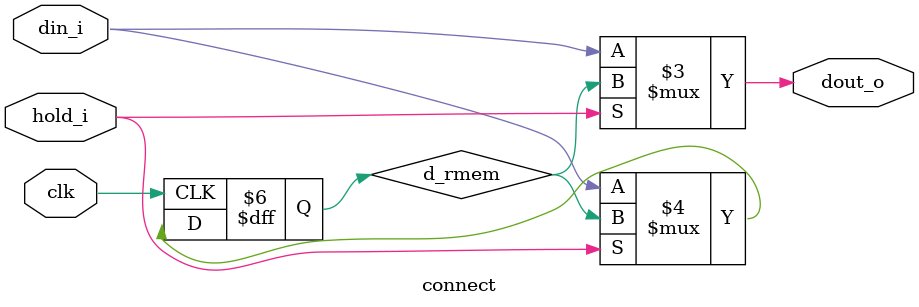
<source format=v>

/*
 * holdable connection
 */



module connect #(
      parameter   DW =  1
   )(
      // clock
      input                clk      ,   
      // control signal
      input                hold_i   , 
      // data
      input    [DW-1:0]    din_i    ,
      output   [DW-1:0]    dout_o   
   );
   
   // remember last cycle input
   reg   [DW-1:0] d_rmem;
   always @(posedge clk) begin
      if (!hold_i) d_rmem <= din_i;
   end
   
   assign dout_o = hold_i ? d_rmem : din_i;
   
endmodule

</source>
